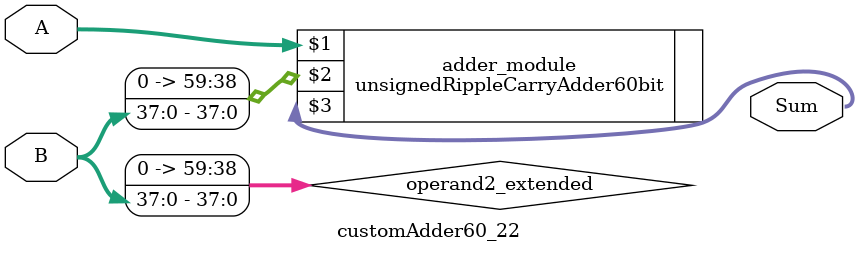
<source format=v>
module customAdder60_22(
                        input [59 : 0] A,
                        input [37 : 0] B,
                        
                        output [60 : 0] Sum
                );

        wire [59 : 0] operand2_extended;
        
        assign operand2_extended =  {22'b0, B};
        
        unsignedRippleCarryAdder60bit adder_module(
            A,
            operand2_extended,
            Sum
        );
        
        endmodule
        
</source>
